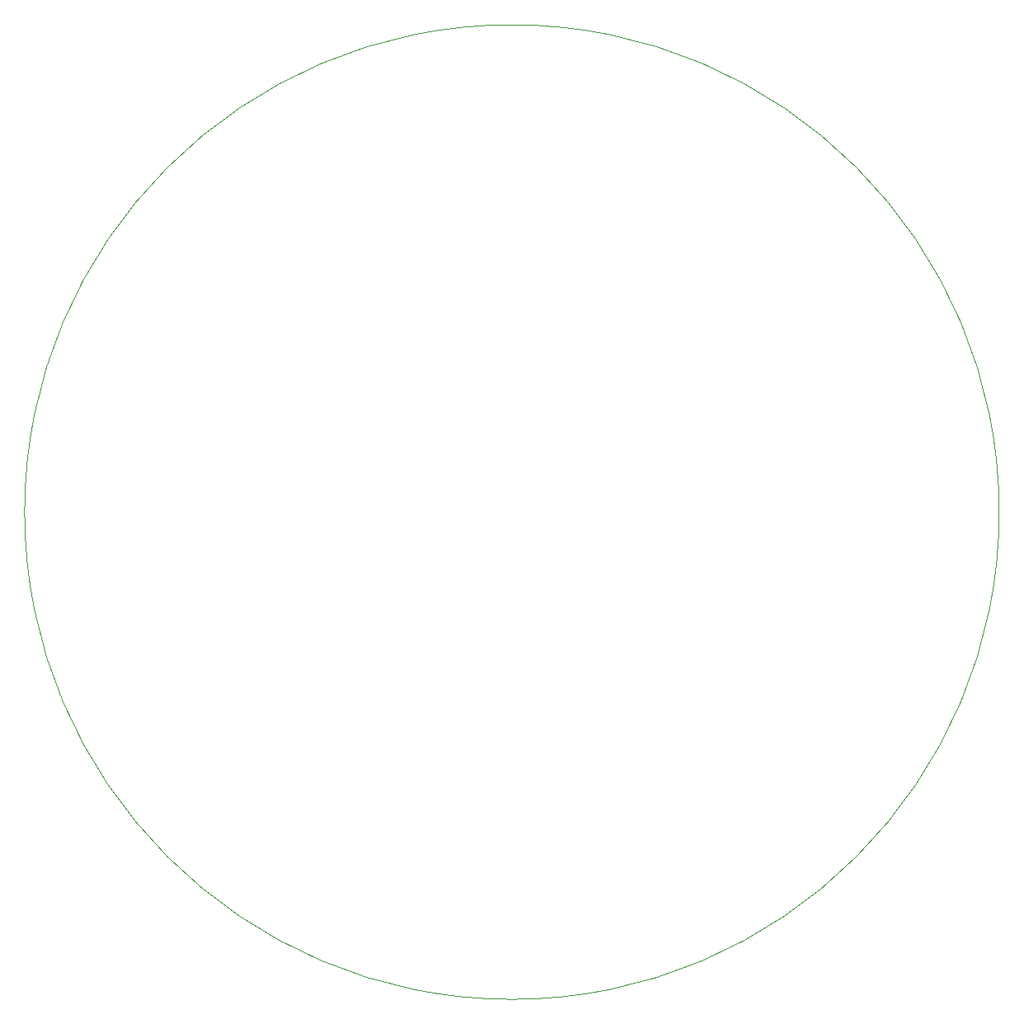
<source format=gbr>
%TF.GenerationSoftware,KiCad,Pcbnew,8.0.2*%
%TF.CreationDate,2025-03-09T15:23:07+01:00*%
%TF.ProjectId,WRadioLogo,57526164-696f-44c6-9f67-6f2e6b696361,rev?*%
%TF.SameCoordinates,Original*%
%TF.FileFunction,Profile,NP*%
%FSLAX46Y46*%
G04 Gerber Fmt 4.6, Leading zero omitted, Abs format (unit mm)*
G04 Created by KiCad (PCBNEW 8.0.2) date 2025-03-09 15:23:07*
%MOMM*%
%LPD*%
G01*
G04 APERTURE LIST*
%TA.AperFunction,Profile*%
%ADD10C,0.050000*%
%TD*%
G04 APERTURE END LIST*
D10*
X185636000Y-100025000D02*
G75*
G02*
X85636000Y-100025000I-50000000J0D01*
G01*
X85636000Y-100025000D02*
G75*
G02*
X185636000Y-100025000I50000000J0D01*
G01*
M02*

</source>
